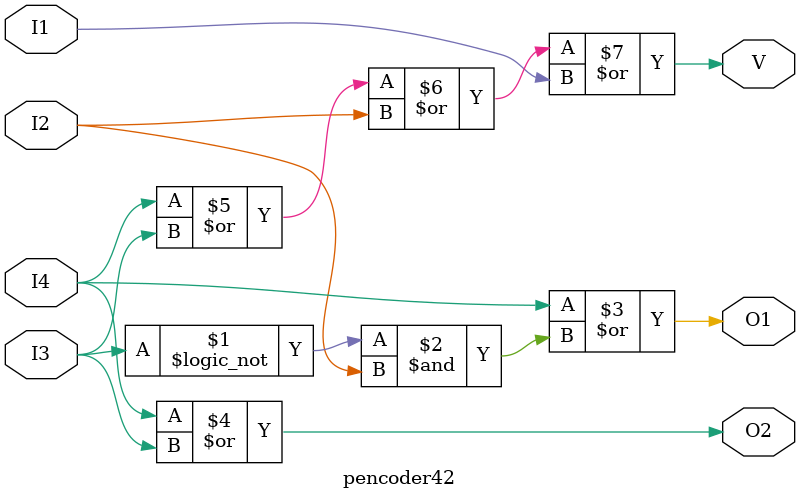
<source format=v>
module pencoder42(I1,I2,I3,I4,O1,O2,V);
input I1,I2,I3,I4;
output O1,O2,V;

assign O1=I4|(!I3)&I2;
assign O2=I4|I3;
assign V=I4|I3|I2|I1;

//wire sel_0,sel_1;
//or or1(V,I1,I2,I3,I4);
//or or2(O2,I4,I3);
//not not1(sel_0,I3);
//and and1(sel_1,sel_0,I2);
//or or3(O1,I4,sel_1);

endmodule
</source>
